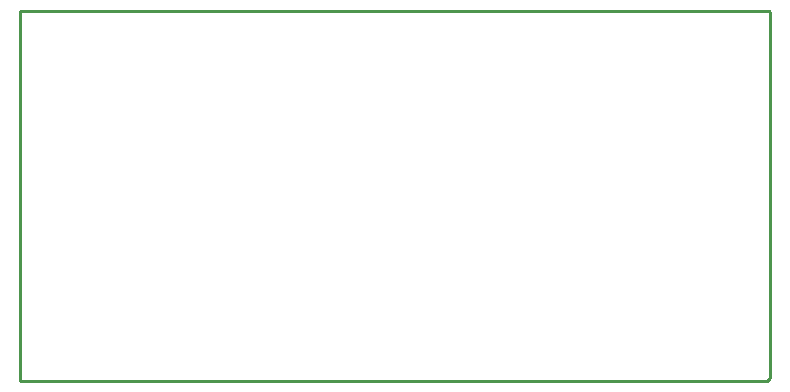
<source format=gko>
G04*
G04 #@! TF.GenerationSoftware,Altium Limited,Altium Designer,21.7.2 (23)*
G04*
G04 Layer_Color=16711935*
%FSLAX25Y25*%
%MOIN*%
G70*
G04*
G04 #@! TF.SameCoordinates,8D50E169-6EBF-4F53-8ABA-2A95F56EF69C*
G04*
G04*
G04 #@! TF.FilePolarity,Positive*
G04*
G01*
G75*
%ADD11C,0.01000*%
D11*
X94500Y500000D02*
Y505500D01*
X344000D01*
X344500Y505000D01*
Y383000D02*
Y505000D01*
X343500Y382000D02*
X344500Y383000D01*
X94500Y382000D02*
X343500D01*
X94500D02*
Y500000D01*
M02*

</source>
